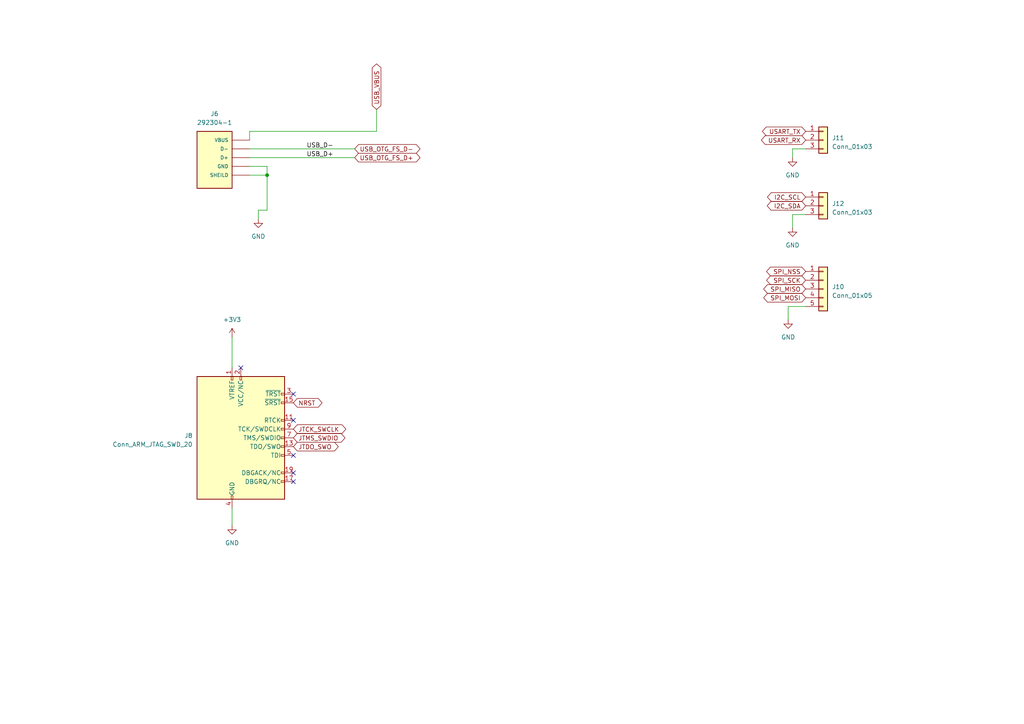
<source format=kicad_sch>
(kicad_sch (version 20230121) (generator eeschema)
  (paper "A4")
  (title_block (title "Crane V2.0 Rev A"))
  (lib_symbols
    (symbol "292304-1:292304-1" (pin_numbers hide) (pin_names (offset 1.016))
      (property "Reference" "J" (at -5.08 7.6454 0))
      (property "Value" "292304-1" (at -5.08 -11.43 0))
      (symbol "292304-1_0_0"
        (rectangle (start -5.08 7.62) (end 5.08 -8.89) (stroke (width 0.254)) (fill (type background)))
        (pin power_in line (at -10.16 -5.08 0) (length 5.08) (name "SHEILD") (number "0"))
        (pin power_in line (at -10.16 5.08 0) (length 5.08) (name "VBUS") (number "1"))
        (pin bidirectional line (at -10.16 2.54 0) (length 5.08) (name "D-") (number "2"))
        (pin bidirectional line (at -10.16 0 0) (length 5.08) (name "D+") (number "3"))
        (pin power_in line (at -10.16 -2.54 0) (length 5.08) (name "GND") (number "4"))
      )
    )
    (symbol "Conn_ARM_JTAG_SWD_20_1" (pin_names (offset 1.016))
      (property "Reference" "J" (at -5.08 21.59 0))
      (property "Value" "Conn_ARM_JTAG_SWD_20" (at -5.08 19.05 0))
      (symbol "Conn_ARM_JTAG_SWD_20_1_0_1"
        (rectangle (start -12.7 17.78) (end 12.7 -17.78) (stroke (width 0.254)) (fill (type background)))
        (rectangle (start -2.794 -17.78) (end -2.286 -16.764))
        (rectangle (start -2.794 17.78) (end -2.286 16.764))
        (rectangle (start -0.254 17.78) (end 0.254 16.764))
        (rectangle (start 11.684 2.286) (end 12.7 2.794))
        (rectangle (start 12.7 -12.446) (end 11.684 -12.954))
        (rectangle (start 12.7 -9.906) (end 11.684 -10.414))
        (rectangle (start 12.7 -2.794) (end 11.684 -2.286))
        (rectangle (start 12.7 -0.254) (end 11.684 0.254))
        (rectangle (start 12.7 4.826) (end 11.684 5.334))
        (rectangle (start 12.7 10.414) (end 11.684 9.906))
        (rectangle (start 12.7 12.954) (end 11.684 12.446))
      )
      (symbol "Conn_ARM_JTAG_SWD_20_1_1_1"
        (rectangle (start 11.684 -5.334) (end 12.7 -4.826))
        (pin power_in line (at -2.54 20.32 270) (length 2.54) (name "VTREF") (number "1"))
        (pin passive line (at -2.54 -20.32 90) (length 2.54) hide (name "GND") (number "10"))
        (pin input line (at 15.24 5.08 180) (length 2.54) (name "RTCK") (number "11"))
        (pin passive line (at -2.54 -20.32 90) (length 2.54) hide (name "GND") (number "12"))
        (pin input line (at 15.24 -2.54 180) (length 2.54) (name "TDO/SWO") (number "13"))
        (pin passive line (at -2.54 -20.32 90) (length 2.54) hide (name "GND") (number "14"))
        (pin bidirectional line (at 15.24 10.16 180) (length 2.54) (name "~{SRST}") (number "15"))
        (pin passive line (at -2.54 -20.32 90) (length 2.54) hide (name "GND") (number "16"))
        (pin output line (at 15.24 -12.7 180) (length 2.54) (name "DBGRQ/NC") (number "17"))
        (pin passive line (at -2.54 -20.32 90) (length 2.54) hide (name "GND") (number "18"))
        (pin input line (at 15.24 -10.16 180) (length 2.54) (name "DBGACK/NC") (number "19"))
        (pin power_in line (at 0 20.32 270) (length 2.54) (name "VCC/NC") (number "2"))
        (pin passive line (at -2.54 -20.32 90) (length 2.54) hide (name "GND") (number "20"))
        (pin output line (at 15.24 12.7 180) (length 2.54) (name "~{TRST}") (number "3"))
        (pin power_in line (at -2.54 -20.32 90) (length 2.54) (name "GND") (number "4"))
        (pin output line (at 15.24 -5.08 180) (length 2.54) (name "TDI") (number "5"))
        (pin passive line (at -2.54 -20.32 90) (length 2.54) hide (name "GND") (number "6"))
        (pin output line (at 15.24 0 180) (length 2.54) (name "TMS/SWDIO") (number "7"))
        (pin passive line (at -2.54 -20.32 90) (length 2.54) hide (name "GND") (number "8"))
        (pin output line (at 15.24 2.54 180) (length 2.54) (name "TCK/SWDCLK") (number "9"))
      )
    )
    (symbol "Connector_Generic:Conn_01x03" (pin_names (offset 1.016) hide)
      (property "Reference" "J" (at 0 5.08 0))
      (property "Value" "Conn_01x03" (at 0 -5.08 0))
      (symbol "Conn_01x03_1_1"
        (rectangle (start -1.27 -2.413) (end 0 -2.667) (stroke (width 0.1524)))
        (rectangle (start -1.27 0.127) (end 0 -0.127) (stroke (width 0.1524)))
        (rectangle (start -1.27 2.667) (end 0 2.413) (stroke (width 0.1524)))
        (rectangle (start -1.27 3.81) (end 1.27 -3.81) (stroke (width 0.254)) (fill (type background)))
        (pin passive line (at -5.08 2.54 0) (length 3.81) (name "Pin_1") (number "1"))
        (pin passive line (at -5.08 0 0) (length 3.81) (name "Pin_2") (number "2"))
        (pin passive line (at -5.08 -2.54 0) (length 3.81) (name "Pin_3") (number "3"))
      )
    )
    (symbol "Connector_Generic:Conn_01x05" (pin_names (offset 1.016) hide)
      (property "Reference" "J" (at 0 7.62 0))
      (property "Value" "Conn_01x05" (at 0 -7.62 0))
      (symbol "Conn_01x05_1_1"
        (rectangle (start -1.27 -4.953) (end 0 -5.207) (stroke (width 0.1524)))
        (rectangle (start -1.27 -2.413) (end 0 -2.667) (stroke (width 0.1524)))
        (rectangle (start -1.27 0.127) (end 0 -0.127) (stroke (width 0.1524)))
        (rectangle (start -1.27 2.667) (end 0 2.413) (stroke (width 0.1524)))
        (rectangle (start -1.27 5.207) (end 0 4.953) (stroke (width 0.1524)))
        (rectangle (start -1.27 6.35) (end 1.27 -6.35) (stroke (width 0.254)) (fill (type background)))
        (pin passive line (at -5.08 5.08 0) (length 3.81) (name "Pin_1") (number "1"))
        (pin passive line (at -5.08 2.54 0) (length 3.81) (name "Pin_2") (number "2"))
        (pin passive line (at -5.08 0 0) (length 3.81) (name "Pin_3") (number "3"))
        (pin passive line (at -5.08 -2.54 0) (length 3.81) (name "Pin_4") (number "4"))
        (pin passive line (at -5.08 -5.08 0) (length 3.81) (name "Pin_5") (number "5"))
      )
    )
    (symbol "power:+3.3V" (power) (pin_names (offset 0))
      (property "Value" "+3.3V" (at 0 3.556 0))
      (symbol "+3.3V_0_1"
        (polyline (pts (xy -0.762 1.27) (xy 0 2.54)))
        (polyline (pts (xy 0 0) (xy 0 2.54)))
        (polyline (pts (xy 0 2.54) (xy 0.762 1.27)))
      )
      (symbol "+3.3V_1_1"
        (pin power_in line (at 0 0 90) (length 0) hide (name "+3V3") (number "1"))
      )
    )
    (symbol "power:GND" (power) (pin_names (offset 0))
      (property "Value" "GND" (at 0 -3.81 0))
      (symbol "GND_0_1"
        (polyline (pts (xy 0 0) (xy 0 -1.27) (xy 1.27 -1.27) (xy 0 -2.54) (xy -1.27 -1.27) (xy 0 -1.27)))
      )
      (symbol "GND_1_1"
        (pin power_in line (at 0 0 270) (length 0) hide (name "GND") (number "1"))
      )
    )
  )
  (junction (at 77.47 50.8))
  (no_connect (at 85.09 132.08))
  (no_connect (at 85.09 137.16))
  (no_connect (at 85.09 114.3))
  (no_connect (at 85.09 139.7))
  (no_connect (at 85.09 121.92))
  (no_connect (at 69.85 106.68))
  (wire (pts (xy 229.87 43.18) (xy 229.87 45.72)))
  (wire (pts (xy 233.68 88.9) (xy 228.6 88.9)))
  (wire (pts (xy 233.68 62.23) (xy 229.87 62.23)))
  (wire (pts (xy 67.31 97.79) (xy 67.31 106.68)))
  (wire (pts (xy 72.39 50.8) (xy 77.47 50.8)))
  (wire (pts (xy 77.47 48.26) (xy 72.39 48.26)))
  (wire (pts (xy 67.31 147.32) (xy 67.31 152.4)))
  (wire (pts (xy 109.22 31.75) (xy 109.22 38.1)))
  (wire (pts (xy 72.39 38.1) (xy 109.22 38.1)))
  (wire (pts (xy 72.39 45.72) (xy 102.87 45.72)))
  (wire (pts (xy 77.47 48.26) (xy 77.47 50.8)))
  (wire (pts (xy 72.39 43.18) (xy 102.87 43.18)))
  (wire (pts (xy 228.6 88.9) (xy 228.6 92.71)))
  (wire (pts (xy 233.68 43.18) (xy 229.87 43.18)))
  (wire (pts (xy 229.87 62.23) (xy 229.87 66.04)))
  (wire (pts (xy 77.47 50.8) (xy 77.47 60.96)))
  (wire (pts (xy 74.93 60.96) (xy 74.93 63.5)))
  (wire (pts (xy 77.47 60.96) (xy 74.93 60.96)))
  (wire (pts (xy 72.39 38.1) (xy 72.39 40.64)))
  (label "USB_D-" (at 88.9 43.18 0))
  (label "USB_D+" (at 88.9 45.72 0))
  (global_label "USART_RX" (shape bidirectional) (at 233.68 40.64 180) (property "Intersheetrefs" "${INTERSHEET_REFS}" (effects hide)))
  (global_label "JTMS_SWDIO" (shape bidirectional) (at 85.09 127 0) (property "Intersheetrefs" "${INTERSHEET_REFS}" (effects hide)))
  (global_label "I2C_SDA" (shape bidirectional) (at 233.68 59.69 180) (property "Intersheetrefs" "${INTERSHEET_REFS}" (effects hide)))
  (global_label "NRST" (shape bidirectional) (at 85.09 116.84 0) (property "Intersheetrefs" "${INTERSHEET_REFS}" (effects hide)))
  (global_label "SPI_SCK" (shape bidirectional) (at 233.68 81.28 180) (property "Intersheetrefs" "${INTERSHEET_REFS}" (effects hide)))
  (global_label "USB_VBUS" (shape bidirectional) (at 109.22 31.75 90) (property "Intersheetrefs" "${INTERSHEET_REFS}" (effects hide)))
  (global_label "JTCK_SWCLK" (shape bidirectional) (at 85.09 124.46 0) (property "Intersheetrefs" "${INTERSHEET_REFS}" (effects hide)))
  (global_label "I2C_SCL" (shape bidirectional) (at 233.68 57.15 180) (property "Intersheetrefs" "${INTERSHEET_REFS}" (effects hide)))
  (global_label "JTDO_SWO" (shape bidirectional) (at 85.09 129.54 0) (property "Intersheetrefs" "${INTERSHEET_REFS}" (effects hide)))
  (global_label "USART_TX" (shape bidirectional) (at 233.68 38.1 180) (property "Intersheetrefs" "${INTERSHEET_REFS}" (effects hide)))
  (global_label "USB_OTG_FS_D+" (shape bidirectional) (at 102.87 45.72 0) (property "Intersheetrefs" "${INTERSHEET_REFS}" (effects hide)))
  (global_label "SPI_MISO" (shape bidirectional) (at 233.68 83.82 180) (property "Intersheetrefs" "${INTERSHEET_REFS}" (effects hide)))
  (global_label "SPI_NSS" (shape bidirectional) (at 233.68 78.74 180) (property "Intersheetrefs" "${INTERSHEET_REFS}" (effects hide)))
  (global_label "SPI_MOSI" (shape bidirectional) (at 233.68 86.36 180) (property "Intersheetrefs" "${INTERSHEET_REFS}" (effects hide)))
  (global_label "USB_OTG_FS_D-" (shape bidirectional) (at 102.87 43.18 0) (property "Intersheetrefs" "${INTERSHEET_REFS}" (effects hide)))
  (symbol (lib_id "power:GND") (at 228.6 92.71 0) (unit 1)
    (property "Reference" "#PWR05" (effects hide))
    (property "Value" "GND" (at 228.6 97.79 0))
    (instances (project "hoatzin" (path "" (reference "#PWR05") (unit 1))) (project "crane" (path "" (reference "#PWR031") (unit 1)) (path "" (reference "#PWR029") (unit 1))))
  )
  (symbol (lib_id "power:GND") (at 229.87 45.72 0) (unit 1)
    (property "Reference" "#PWR05" (effects hide))
    (property "Value" "GND" (at 229.87 50.8 0))
    (instances (project "hoatzin" (path "" (reference "#PWR05") (unit 1))) (project "crane" (path "" (reference "#PWR029") (unit 1)) (path "" (reference "#PWR030") (unit 1))))
  )
  (symbol (lib_id "power:GND") (at 74.93 63.5 0) (mirror y) (unit 1)
    (property "Reference" "#PWR0113" (effects hide))
    (property "Value" "GND" (at 74.93 68.58 0))
    (instances (project "hoatzin" (path "" (reference "#PWR0113") (unit 1)) (path "" (reference "#PWR09") (unit 1))) (project "crane" (path "" (reference "#PWR026") (unit 1))))
  )
  (symbol (lib_name "Conn_ARM_JTAG_SWD_20_1") (lib_id "Connector:Conn_ARM_JTAG_SWD_20") (at 69.85 127 0) (unit 1)
    (property "Reference" "J8" (at 55.88 126.365 0) (effects (justify right)))
    (property "Value" "Conn_ARM_JTAG_SWD_20" (at 55.88 128.905 0) (effects (justify right)))
    (property "Footprint" "Connector_IDC:IDC-Header_2x10_P2.54mm_Vertical" (effects hide))
    (property "Datasheet" "http://infocenter.arm.com/help/topic/com.arm.doc.dui0499b/DUI0499B_system_design_reference.pdf" (effects hide))
  )
  (symbol (lib_id "Connector_Generic:Conn_01x05") (at 238.76 83.82 0) (unit 1)
    (property "Reference" "J10" (at 241.3 83.185 0) (effects (justify left)))
    (property "Value" "Conn_01x05" (at 241.3 85.725 0) (effects (justify left)))
    (property "Footprint" "Connector_PinHeader_2.54mm:PinHeader_1x05_P2.54mm_Vertical" (effects hide))
    (instances (project "crane" (path "" (reference "J10") (unit 1)) (path "" (reference "J11") (unit 1))))
  )
  (symbol (lib_id "Connector_Generic:Conn_01x03") (at 238.76 59.69 0) (unit 1)
    (property "Reference" "J12" (at 241.3 59.055 0) (effects (justify left)))
    (property "Value" "Conn_01x03" (at 241.3 61.595 0) (effects (justify left)))
    (property "Footprint" "Connector_PinHeader_2.54mm:PinHeader_1x03_P2.54mm_Vertical" (effects hide))
    (instances (project "crane" (path "" (reference "J12") (unit 1)) (path "" (reference "J10") (unit 1))))
  )
  (symbol (lib_id "292304-1:292304-1") (at 62.23 45.72 0) (mirror y) (unit 1)
    (property "Reference" "J6" (at 62.23 33.02 0))
    (property "Value" "292304-1" (at 62.23 35.56 0))
    (property "Footprint" "footprints:TE_292304-1" (effects hide))
    (property "Datasheet" "https://datasheet.lcsc.com/lcsc/1811131825_TE-Connectivity-292304-1_C86462.pdf" (effects hide))
    (property "Product_Type" "Connector" (effects hide))
    (property "Comment" "292304-1" (effects hide))
    (property "Number_of_Positions" "4" (effects hide))
    (property "Centerline_Pitch" "2.5 mm[.098 in]" (effects hide))
    (property "EU_RoHS_Compliance" "Compliant" (effects hide))
    (property "Description" "USB-B (USB TYPE-B) USB 2.0 Receptacle Connector 4 Position Through Hole, Right Angle" (effects hide))
    (property "LCSC" "C86462" (effects hide))
    (property "MANUFACTURER" "TE Connectivity" (effects hide))
    (property "Manufacturer_Name" "TE Connectivity" (effects hide))
    (property "Manufacturer_Part_Number" "292304-1" (effects hide))
    (property "Digi-Key Part Number" "A31725-ND" (effects hide))
    (instances (project "hoatzin" (path "" (reference "J6") (unit 1)) (path "" (reference "J17") (unit 1))) (project "crane" (path "" (reference "J7") (unit 1))))
  )
  (symbol (lib_id "power:+3.3V") (at 67.31 97.79 0) (unit 1)
    (property "Reference" "#PWR0115" (effects hide))
    (property "Value" "+3.3V" (at 67.31 92.71 0))
    (instances (project "hoatzin" (path "" (reference "#PWR0115") (unit 1))) (project "crane" (path "" (reference "#PWR027") (unit 1))))
  )
  (symbol (lib_id "power:GND") (at 229.87 66.04 0) (unit 1)
    (property "Reference" "#PWR05" (effects hide))
    (property "Value" "GND" (at 229.87 71.12 0))
    (instances (project "hoatzin" (path "" (reference "#PWR05") (unit 1))) (project "crane" (path "" (reference "#PWR030") (unit 1)) (path "" (reference "#PWR031") (unit 1))))
  )
  (symbol (lib_id "Connector_Generic:Conn_01x03") (at 238.76 40.64 0) (unit 1)
    (property "Reference" "J11" (at 241.3 40.005 0) (effects (justify left)))
    (property "Value" "Conn_01x03" (at 241.3 42.545 0) (effects (justify left)))
    (property "Footprint" "Connector_PinHeader_2.54mm:PinHeader_1x03_P2.54mm_Vertical" (effects hide))
    (instances (project "crane" (path "" (reference "J11") (unit 1)) (path "" (reference "J9") (unit 1))))
  )
  (symbol (lib_id "power:GND") (at 67.31 152.4 0) (unit 1)
    (property "Reference" "#PWR0114" (effects hide))
    (property "Value" "GND" (at 67.31 157.48 0))
    (instances (project "hoatzin" (path "" (reference "#PWR0114") (unit 1))) (project "crane" (path "" (reference "#PWR028") (unit 1))))
  )
)
</source>
